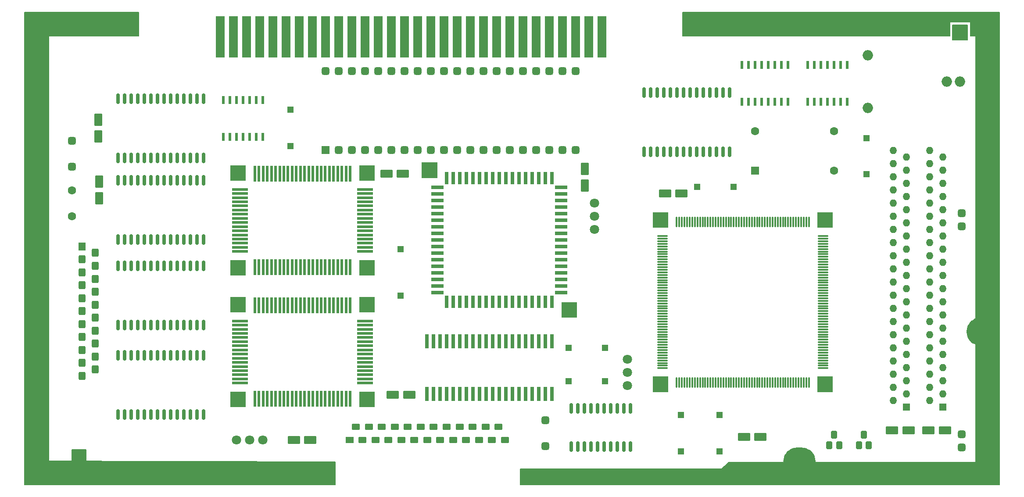
<source format=gts>
G04 #@! TF.GenerationSoftware,KiCad,Pcbnew,7.0.2-0*
G04 #@! TF.CreationDate,2023-08-01T17:59:32+02:00*
G04 #@! TF.ProjectId,MegaCD,4d656761-4344-42e6-9b69-6361645f7063,rev?*
G04 #@! TF.SameCoordinates,Original*
G04 #@! TF.FileFunction,Soldermask,Top*
G04 #@! TF.FilePolarity,Negative*
%FSLAX46Y46*%
G04 Gerber Fmt 4.6, Leading zero omitted, Abs format (unit mm)*
G04 Created by KiCad (PCBNEW 7.0.2-0) date 2023-08-01 17:59:32*
%MOMM*%
%LPD*%
G01*
G04 APERTURE LIST*
G04 Aperture macros list*
%AMRoundRect*
0 Rectangle with rounded corners*
0 $1 Rounding radius*
0 $2 $3 $4 $5 $6 $7 $8 $9 X,Y pos of 4 corners*
0 Add a 4 corners polygon primitive as box body*
4,1,4,$2,$3,$4,$5,$6,$7,$8,$9,$2,$3,0*
0 Add four circle primitives for the rounded corners*
1,1,$1+$1,$2,$3*
1,1,$1+$1,$4,$5*
1,1,$1+$1,$6,$7*
1,1,$1+$1,$8,$9*
0 Add four rect primitives between the rounded corners*
20,1,$1+$1,$2,$3,$4,$5,0*
20,1,$1+$1,$4,$5,$6,$7,0*
20,1,$1+$1,$6,$7,$8,$9,0*
20,1,$1+$1,$8,$9,$2,$3,0*%
G04 Aperture macros list end*
%ADD10C,0.150000*%
%ADD11C,2.769316*%
%ADD12C,2.615000*%
%ADD13R,1.600000X1.600000*%
%ADD14C,1.600000*%
%ADD15R,1.400000X1.400000*%
%ADD16O,1.400000X1.400000*%
%ADD17R,1.300000X1.300000*%
%ADD18C,1.800000*%
%ADD19RoundRect,0.250000X0.947000X0.550000X-0.947000X0.550000X-0.947000X-0.550000X0.947000X-0.550000X0*%
%ADD20RoundRect,0.250000X0.550000X-0.947000X0.550000X0.947000X-0.550000X0.947000X-0.550000X-0.947000X0*%
%ADD21R,0.600000X1.500000*%
%ADD22R,1.600000X1.200000*%
%ADD23RoundRect,0.300000X0.500000X-0.300000X0.500000X0.300000X-0.500000X0.300000X-0.500000X-0.300000X0*%
%ADD24RoundRect,0.150000X0.150000X-0.850000X0.150000X0.850000X-0.150000X0.850000X-0.150000X-0.850000X0*%
%ADD25R,0.700000X2.667000*%
%ADD26RoundRect,0.375000X-0.375000X0.375000X-0.375000X-0.375000X0.375000X-0.375000X0.375000X0.375000X0*%
%ADD27RoundRect,0.150000X0.150000X-0.875000X0.150000X0.875000X-0.150000X0.875000X-0.150000X-0.875000X0*%
%ADD28C,0.750000*%
%ADD29R,0.500000X3.160000*%
%ADD30R,3.160000X0.500000*%
%ADD31R,1.400000X1.600000*%
%ADD32RoundRect,0.350000X-0.350000X-0.450000X0.350000X-0.450000X0.350000X0.450000X-0.350000X0.450000X0*%
%ADD33RoundRect,0.300000X0.300000X-0.450000X0.300000X0.450000X-0.300000X0.450000X-0.300000X-0.450000X0*%
%ADD34O,2.000000X2.000000*%
%ADD35R,1.778000X8.000000*%
%ADD36R,2.425000X0.700000*%
%ADD37R,0.700000X2.425000*%
%ADD38RoundRect,0.375000X0.375000X-0.375000X0.375000X0.375000X-0.375000X0.375000X-0.375000X-0.375000X0*%
%ADD39RoundRect,0.075000X0.075000X-0.912500X0.075000X0.912500X-0.075000X0.912500X-0.075000X-0.912500X0*%
%ADD40RoundRect,0.075000X0.912500X-0.075000X0.912500X0.075000X-0.912500X0.075000X-0.912500X-0.075000X0*%
G04 APERTURE END LIST*
D10*
X195747341Y-137270565D02*
X141732000Y-137270565D01*
X141732000Y-134239000D01*
X180594000Y-134239000D01*
X181991000Y-132969000D01*
X195747341Y-132952565D01*
X195747341Y-137270565D01*
G36*
X195747341Y-137270565D02*
G01*
X141732000Y-137270565D01*
X141732000Y-134239000D01*
X180594000Y-134239000D01*
X181991000Y-132969000D01*
X195747341Y-132952565D01*
X195747341Y-137270565D01*
G37*
X46101000Y-46101000D02*
X68072000Y-46101000D01*
X68072000Y-50673000D01*
X46101000Y-50673000D01*
X46101000Y-46101000D01*
G36*
X46101000Y-46101000D02*
G01*
X68072000Y-46101000D01*
X68072000Y-50673000D01*
X46101000Y-50673000D01*
X46101000Y-46101000D01*
G37*
D11*
X231991258Y-107721400D02*
G75*
G03*
X231991258Y-107721400I-1384658J0D01*
G01*
D10*
X106045000Y-132842000D02*
X106045000Y-137287000D01*
X46101000Y-137287000D01*
X46101000Y-132715000D01*
X106045000Y-132842000D01*
G36*
X106045000Y-132842000D02*
G01*
X106045000Y-137287000D01*
X46101000Y-137287000D01*
X46101000Y-132715000D01*
X106045000Y-132842000D01*
G37*
X195097400Y-130175000D02*
X196088000Y-130175000D01*
X196088000Y-135255000D01*
X195097400Y-135255000D01*
X195097400Y-130175000D01*
G36*
X195097400Y-130175000D02*
G01*
X196088000Y-130175000D01*
X196088000Y-135255000D01*
X195097400Y-135255000D01*
X195097400Y-130175000D01*
G37*
X55245000Y-130530600D02*
X57886600Y-130530600D01*
X57886600Y-133172200D01*
X55245000Y-133172200D01*
X55245000Y-130530600D01*
G36*
X55245000Y-130530600D02*
G01*
X57886600Y-130530600D01*
X57886600Y-133172200D01*
X55245000Y-133172200D01*
X55245000Y-130530600D01*
G37*
X173101000Y-46101000D02*
X224586800Y-46101000D01*
X224586800Y-50673000D01*
X173101000Y-50673000D01*
X173101000Y-46101000D01*
G36*
X173101000Y-46101000D02*
G01*
X224586800Y-46101000D01*
X224586800Y-50673000D01*
X173101000Y-50673000D01*
X173101000Y-46101000D01*
G37*
X46101000Y-46101000D02*
X50723800Y-46101000D01*
X50723800Y-132740400D01*
X46101000Y-132740400D01*
X46101000Y-46101000D01*
G36*
X46101000Y-46101000D02*
G01*
X50723800Y-46101000D01*
X50723800Y-132740400D01*
X46101000Y-132740400D01*
X46101000Y-46101000D01*
G37*
X229616000Y-46101000D02*
X234188000Y-46101000D01*
X234188000Y-132994400D01*
X229616000Y-132994400D01*
X229616000Y-46101000D01*
G36*
X229616000Y-46101000D02*
G01*
X234188000Y-46101000D01*
X234188000Y-132994400D01*
X229616000Y-132994400D01*
X229616000Y-46101000D01*
G37*
X225120200Y-48564800D02*
X228041200Y-48564800D01*
X228041200Y-51460400D01*
X225120200Y-51460400D01*
X225120200Y-48564800D01*
G36*
X225120200Y-48564800D02*
G01*
X228041200Y-48564800D01*
X228041200Y-51460400D01*
X225120200Y-51460400D01*
X225120200Y-48564800D01*
G37*
D12*
X196404900Y-132715000D02*
G75*
G03*
X196404900Y-132715000I-1307500J0D01*
G01*
X197395500Y-132715000D02*
G75*
G03*
X197395500Y-132715000I-1307500J0D01*
G01*
D10*
X234188000Y-132969000D02*
X234188000Y-137287000D01*
X195747341Y-137270565D01*
X195747341Y-132952565D01*
X234188000Y-132969000D01*
G36*
X234188000Y-132969000D02*
G01*
X234188000Y-137287000D01*
X195747341Y-137270565D01*
X195747341Y-132952565D01*
X234188000Y-132969000D01*
G37*
X229616000Y-50673000D02*
X228574600Y-50673000D01*
X228574600Y-47980600D01*
X224586800Y-47980600D01*
X224586800Y-46101000D01*
X229616000Y-46101000D01*
X229616000Y-50673000D01*
G36*
X229616000Y-50673000D02*
G01*
X228574600Y-50673000D01*
X228574600Y-47980600D01*
X224586800Y-47980600D01*
X224586800Y-46101000D01*
X229616000Y-46101000D01*
X229616000Y-50673000D01*
G37*
G36*
X85749000Y-119286000D02*
G01*
X88749000Y-119286000D01*
X88749000Y-122286000D01*
X85749000Y-122286000D01*
X85749000Y-119286000D01*
G37*
G36*
X110641000Y-119284000D02*
G01*
X113641000Y-119284000D01*
X113641000Y-122284000D01*
X110641000Y-122284000D01*
X110641000Y-119284000D01*
G37*
G36*
X85749000Y-100998000D02*
G01*
X88749000Y-100998000D01*
X88749000Y-103998000D01*
X85749000Y-103998000D01*
X85749000Y-100998000D01*
G37*
G36*
X110641000Y-100996000D02*
G01*
X113641000Y-100996000D01*
X113641000Y-103996000D01*
X110641000Y-103996000D01*
X110641000Y-100996000D01*
G37*
G36*
X85749000Y-93886000D02*
G01*
X88749000Y-93886000D01*
X88749000Y-96886000D01*
X85749000Y-96886000D01*
X85749000Y-93886000D01*
G37*
G36*
X110641000Y-93884000D02*
G01*
X113641000Y-93884000D01*
X113641000Y-96884000D01*
X110641000Y-96884000D01*
X110641000Y-93884000D01*
G37*
G36*
X85749000Y-75598000D02*
G01*
X88749000Y-75598000D01*
X88749000Y-78598000D01*
X85749000Y-78598000D01*
X85749000Y-75598000D01*
G37*
G36*
X110641000Y-75596000D02*
G01*
X113641000Y-75596000D01*
X113641000Y-78596000D01*
X110641000Y-78596000D01*
X110641000Y-75596000D01*
G37*
G36*
X149652000Y-105027000D02*
G01*
X152652000Y-105027000D01*
X152652000Y-102027000D01*
X149652000Y-102027000D01*
X149652000Y-105027000D01*
G37*
G36*
X122706000Y-75059000D02*
G01*
X125706000Y-75059000D01*
X125706000Y-78059000D01*
X122706000Y-78059000D01*
X122706000Y-75059000D01*
G37*
G36*
X167289000Y-116384000D02*
G01*
X170289000Y-116384000D01*
X170289000Y-119384000D01*
X167289000Y-119384000D01*
X167289000Y-116384000D01*
G37*
G36*
X199039000Y-116384000D02*
G01*
X202039000Y-116384000D01*
X202039000Y-119384000D01*
X199039000Y-119384000D01*
X199039000Y-116384000D01*
G37*
G36*
X167290400Y-84657400D02*
G01*
X170290400Y-84657400D01*
X170290400Y-87657400D01*
X167290400Y-87657400D01*
X167290400Y-84657400D01*
G37*
G36*
X199039000Y-84656000D02*
G01*
X202039000Y-84656000D01*
X202039000Y-87656000D01*
X199039000Y-87656000D01*
X199039000Y-84656000D01*
G37*
D13*
X187071000Y-76631800D03*
D14*
X202311000Y-76631800D03*
X202311000Y-69011800D03*
X187071000Y-69011800D03*
D15*
X216281000Y-122301000D03*
D16*
X213741000Y-121031000D03*
X216281000Y-119761000D03*
X213741000Y-118491000D03*
X216281000Y-117221000D03*
X213741000Y-115951000D03*
X216281000Y-114681000D03*
X213741000Y-113411000D03*
X216281000Y-112141000D03*
X213741000Y-110871000D03*
X216281000Y-109601000D03*
X213741000Y-108331000D03*
X216281000Y-107061000D03*
X213741000Y-105791000D03*
X216281000Y-104521000D03*
X213741000Y-103251000D03*
X216281000Y-101981000D03*
X213741000Y-100711000D03*
X216281000Y-99441000D03*
X213741000Y-98171000D03*
X216281000Y-96901000D03*
X213741000Y-95631000D03*
X216281000Y-94361000D03*
X213741000Y-93091000D03*
X216281000Y-91821000D03*
X213741000Y-90551000D03*
X216281000Y-89281000D03*
X213741000Y-88011000D03*
X216281000Y-86741000D03*
X213741000Y-85471000D03*
X216281000Y-84201000D03*
X213741000Y-82931000D03*
X216281000Y-81661000D03*
X213741000Y-80391000D03*
X216281000Y-79121000D03*
X213741000Y-77851000D03*
X216281000Y-76581000D03*
X213741000Y-75311000D03*
X216281000Y-74041000D03*
X213741000Y-72771000D03*
D17*
X175895000Y-79756000D03*
X182895000Y-79756000D03*
D18*
X162433000Y-118110000D03*
X162433000Y-115570000D03*
X162433000Y-113030000D03*
D17*
X151064200Y-110871000D03*
X158064200Y-110871000D03*
D19*
X119072000Y-77216000D03*
X115878000Y-77216000D03*
D20*
X154178000Y-79502000D03*
X154178000Y-76308000D03*
D18*
X156083000Y-82931000D03*
X156083000Y-85471000D03*
X156083000Y-88011000D03*
D21*
X197231000Y-63373000D03*
X198501000Y-63373000D03*
X199771000Y-63373000D03*
X201041000Y-63373000D03*
X202311000Y-63373000D03*
X203581000Y-63373000D03*
X204851000Y-63373000D03*
X204851000Y-56267000D03*
X203581000Y-56273000D03*
X202311000Y-56273000D03*
X201041000Y-56273000D03*
X199771000Y-56273000D03*
X198501000Y-56273000D03*
X197231000Y-56273000D03*
D17*
X118618000Y-100821000D03*
X118618000Y-91821000D03*
D21*
X84455000Y-70104000D03*
X85725000Y-70104000D03*
X86995000Y-70104000D03*
X88265000Y-70104000D03*
X89535000Y-70104000D03*
X90805000Y-70104000D03*
X92075000Y-70104000D03*
X92075000Y-62998000D03*
X90805000Y-63004000D03*
X89535000Y-63004000D03*
X88265000Y-63004000D03*
X86995000Y-63004000D03*
X85725000Y-63004000D03*
X84455000Y-63004000D03*
D22*
X108758000Y-128651000D03*
D23*
X110008000Y-126111000D03*
X111258000Y-128651000D03*
X112508000Y-126111000D03*
X113758000Y-128651000D03*
X115008000Y-126111000D03*
X116258000Y-128651000D03*
X117508000Y-126111000D03*
X118758000Y-128651000D03*
X120008000Y-126111000D03*
X121258000Y-128651000D03*
X122508000Y-126111000D03*
X123758000Y-128651000D03*
X125008000Y-126111000D03*
X126258000Y-128651000D03*
X127508000Y-126111000D03*
X128758000Y-128651000D03*
X130008000Y-126111000D03*
X131258000Y-128651000D03*
X132508000Y-126111000D03*
X133758000Y-128651000D03*
X135008000Y-126111000D03*
X136258000Y-128651000D03*
X137508000Y-126111000D03*
X138758000Y-128651000D03*
D17*
X172694600Y-123835400D03*
X172694600Y-130835400D03*
D24*
X165608000Y-73025000D03*
X166878000Y-73025000D03*
X168148000Y-73025000D03*
X169418000Y-73025000D03*
X170688000Y-73025000D03*
X171958000Y-73025000D03*
X173228000Y-73025000D03*
X174498000Y-73025000D03*
X175768000Y-73025000D03*
X177038000Y-73025000D03*
X178308000Y-73025000D03*
X179578000Y-73025000D03*
X180848000Y-73025000D03*
X182118000Y-73025000D03*
X182118000Y-61595000D03*
X180848000Y-61595000D03*
X179578000Y-61595000D03*
X178308000Y-61595000D03*
X177038000Y-61595000D03*
X175768000Y-61595000D03*
X174498000Y-61595000D03*
X173228000Y-61595000D03*
X171958000Y-61595000D03*
X170688000Y-61595000D03*
X169418000Y-61595000D03*
X168148000Y-61595000D03*
X166878000Y-61595000D03*
X165608000Y-61595000D03*
D17*
X151064200Y-117271800D03*
X158064200Y-117271800D03*
D25*
X123698000Y-119761000D03*
X124968000Y-119761000D03*
X126238000Y-119761000D03*
X127508000Y-119761000D03*
X128778000Y-119761000D03*
X130048000Y-119761000D03*
X131318000Y-119761000D03*
X132588000Y-119761000D03*
X133858000Y-119761000D03*
X135128000Y-119761000D03*
X136398000Y-119761000D03*
X137668000Y-119761000D03*
X138938000Y-119761000D03*
X140208000Y-119761000D03*
X141478000Y-119761000D03*
X142748000Y-119761000D03*
X144018000Y-119761000D03*
X145288000Y-119761000D03*
X146558000Y-119761000D03*
X147828000Y-119761000D03*
X147828000Y-109601000D03*
X146558000Y-109601000D03*
X145288000Y-109601000D03*
X144018000Y-109601000D03*
X142748000Y-109601000D03*
X141478000Y-109601000D03*
X140208000Y-109601000D03*
X138938000Y-109601000D03*
X137668000Y-109601000D03*
X136398000Y-109601000D03*
X135128000Y-109601000D03*
X133858000Y-109601000D03*
X132588000Y-109601000D03*
X131318000Y-109601000D03*
X130048000Y-109601000D03*
X128778000Y-109601000D03*
X127508000Y-109601000D03*
X126238000Y-109601000D03*
X124968000Y-109601000D03*
X123698000Y-109601000D03*
D18*
X86995000Y-128671000D03*
X89535000Y-128671000D03*
X92075000Y-128671000D03*
D17*
X97409000Y-64897000D03*
X97409000Y-71897000D03*
D14*
X55245000Y-80471000D03*
X55245000Y-85471000D03*
D17*
X180213000Y-130825000D03*
X180213000Y-123825000D03*
D26*
X55245000Y-75866000D03*
X55245000Y-70866000D03*
D27*
X151561800Y-129921000D03*
X152831800Y-129921000D03*
X154101800Y-129921000D03*
X155371800Y-129921000D03*
X156641800Y-129921000D03*
X157911800Y-129921000D03*
X159181800Y-129921000D03*
X160451800Y-129921000D03*
X161721800Y-129921000D03*
X162991800Y-129921000D03*
X162991800Y-122555000D03*
X161721800Y-122555000D03*
X160451800Y-122555000D03*
X159181800Y-122555000D03*
X157911800Y-122555000D03*
X156641800Y-122555000D03*
X155371800Y-122555000D03*
X154101800Y-122555000D03*
X152831800Y-122555000D03*
X151561800Y-122555000D03*
D15*
X223266000Y-122301000D03*
D16*
X220726000Y-121031000D03*
X223266000Y-119761000D03*
X220726000Y-118491000D03*
X223266000Y-117221000D03*
X220726000Y-115951000D03*
X223266000Y-114681000D03*
X220726000Y-113411000D03*
X223266000Y-112141000D03*
X220726000Y-110871000D03*
X223266000Y-109601000D03*
X220726000Y-108331000D03*
X223266000Y-107061000D03*
X220726000Y-105791000D03*
X223266000Y-104521000D03*
X220726000Y-103251000D03*
X223266000Y-101981000D03*
X220726000Y-100711000D03*
X223266000Y-99441000D03*
X220726000Y-98171000D03*
X223266000Y-96901000D03*
X220726000Y-95631000D03*
X223266000Y-94361000D03*
X220726000Y-93091000D03*
X223266000Y-91821000D03*
X220726000Y-90551000D03*
X223266000Y-89281000D03*
X220726000Y-88011000D03*
X223266000Y-86741000D03*
X220726000Y-85471000D03*
X223266000Y-84201000D03*
X220726000Y-82931000D03*
X223266000Y-81661000D03*
X220726000Y-80391000D03*
X223266000Y-79121000D03*
X220726000Y-77851000D03*
X223266000Y-76581000D03*
X220726000Y-75311000D03*
X223266000Y-74041000D03*
X220726000Y-72771000D03*
D28*
X87249000Y-120808000D03*
X112141000Y-120806000D03*
X87249000Y-102520000D03*
X112141000Y-102518000D03*
D29*
X90495000Y-120681000D03*
X91295000Y-120681000D03*
X92095000Y-120681000D03*
X92895000Y-120681000D03*
X93695000Y-120681000D03*
X94495000Y-120681000D03*
X95295000Y-120681000D03*
X96095000Y-120681000D03*
X96895000Y-120681000D03*
X97695000Y-120681000D03*
X98495000Y-120681000D03*
X99295000Y-120681000D03*
X100095000Y-120681000D03*
X100895000Y-120681000D03*
X101695000Y-120681000D03*
X102495000Y-120681000D03*
X103275000Y-120681000D03*
X104095000Y-120681000D03*
X104895000Y-120681000D03*
X105695000Y-120681000D03*
X106495000Y-120681000D03*
X107295000Y-120681000D03*
X108095000Y-120681000D03*
X108895000Y-120681000D03*
D30*
X111760000Y-117664000D03*
X111760000Y-116864000D03*
X111760000Y-116064000D03*
X111760000Y-115264000D03*
X111760000Y-114464000D03*
X111760000Y-113664000D03*
X111760000Y-112864000D03*
X111760000Y-112064000D03*
X111760000Y-111264000D03*
X111760000Y-110464000D03*
X111760000Y-109664000D03*
X111760000Y-108864000D03*
X111760000Y-108064000D03*
X111760000Y-107264000D03*
X111760000Y-106464000D03*
X111760000Y-105664000D03*
D29*
X108895000Y-102647000D03*
X108095000Y-102647000D03*
X107295000Y-102647000D03*
X106495000Y-102647000D03*
X105695000Y-102647000D03*
X104895000Y-102647000D03*
X104095000Y-102647000D03*
X103295000Y-102647000D03*
X102495000Y-102647000D03*
X101695000Y-102647000D03*
X100895000Y-102647000D03*
X100095000Y-102647000D03*
X99295000Y-102647000D03*
X98495000Y-102647000D03*
X97695000Y-102647000D03*
X96895000Y-102647000D03*
X96095000Y-102647000D03*
X95295000Y-102647000D03*
X94495000Y-102647000D03*
X93695000Y-102647000D03*
X92895000Y-102647000D03*
X92095000Y-102647000D03*
X91295000Y-102647000D03*
X90495000Y-102647000D03*
D30*
X87630000Y-105664000D03*
X87630000Y-106464000D03*
X87630000Y-107264000D03*
X87630000Y-108064000D03*
X87630000Y-108864000D03*
X87630000Y-109664000D03*
X87630000Y-110464000D03*
X87630000Y-111264000D03*
X87630000Y-112064000D03*
X87630000Y-112864000D03*
X87630000Y-113664000D03*
X87630000Y-114464000D03*
X87630000Y-115264000D03*
X87630000Y-116064000D03*
X87630000Y-116864000D03*
X87630000Y-117664000D03*
D31*
X57150000Y-91279000D03*
D32*
X59690000Y-92529000D03*
X57150000Y-93779000D03*
X59690000Y-95029000D03*
X57150000Y-96279000D03*
X59690000Y-97529000D03*
X57150000Y-98779000D03*
X59690000Y-100029000D03*
X57150000Y-101279000D03*
X59690000Y-102529000D03*
X57150000Y-103779000D03*
X59690000Y-105029000D03*
X57150000Y-106279000D03*
X59690000Y-107529000D03*
X57150000Y-108779000D03*
X59690000Y-110029000D03*
X57150000Y-111279000D03*
X59690000Y-112529000D03*
X57150000Y-113779000D03*
X59690000Y-115029000D03*
X57150000Y-116279000D03*
D19*
X120288000Y-119888000D03*
X117094000Y-119888000D03*
D33*
X201361000Y-129667000D03*
X203261000Y-129667000D03*
X202311000Y-127635000D03*
D34*
X208813400Y-54381400D03*
X208813400Y-64541400D03*
X224053400Y-59461400D03*
X226593400Y-59461400D03*
D24*
X64135000Y-123698000D03*
X65405000Y-123698000D03*
X66675000Y-123698000D03*
X67945000Y-123698000D03*
X69215000Y-123698000D03*
X70485000Y-123698000D03*
X71755000Y-123698000D03*
X73025000Y-123698000D03*
X74295000Y-123698000D03*
X75565000Y-123698000D03*
X76835000Y-123698000D03*
X78105000Y-123698000D03*
X79375000Y-123698000D03*
X80645000Y-123698000D03*
X80645000Y-112268000D03*
X79375000Y-112268000D03*
X78105000Y-112268000D03*
X76835000Y-112268000D03*
X75565000Y-112268000D03*
X74295000Y-112268000D03*
X73025000Y-112268000D03*
X71755000Y-112268000D03*
X70485000Y-112268000D03*
X69215000Y-112268000D03*
X67945000Y-112268000D03*
X66675000Y-112268000D03*
X65405000Y-112268000D03*
X64135000Y-112268000D03*
X64135000Y-74168000D03*
X65405000Y-74168000D03*
X66675000Y-74168000D03*
X67945000Y-74168000D03*
X69215000Y-74168000D03*
X70485000Y-74168000D03*
X71755000Y-74168000D03*
X73025000Y-74168000D03*
X74295000Y-74168000D03*
X75565000Y-74168000D03*
X76835000Y-74168000D03*
X78105000Y-74168000D03*
X79375000Y-74168000D03*
X80645000Y-74168000D03*
X80645000Y-62738000D03*
X79375000Y-62738000D03*
X78105000Y-62738000D03*
X76835000Y-62738000D03*
X75565000Y-62738000D03*
X74295000Y-62738000D03*
X73025000Y-62738000D03*
X71755000Y-62738000D03*
X70485000Y-62738000D03*
X69215000Y-62738000D03*
X67945000Y-62738000D03*
X66675000Y-62738000D03*
X65405000Y-62738000D03*
X64135000Y-62738000D03*
X64135000Y-106426000D03*
X65405000Y-106426000D03*
X66675000Y-106426000D03*
X67945000Y-106426000D03*
X69215000Y-106426000D03*
X70485000Y-106426000D03*
X71755000Y-106426000D03*
X73025000Y-106426000D03*
X74295000Y-106426000D03*
X75565000Y-106426000D03*
X76835000Y-106426000D03*
X78105000Y-106426000D03*
X79375000Y-106426000D03*
X80645000Y-106426000D03*
X80645000Y-94996000D03*
X79375000Y-94996000D03*
X78105000Y-94996000D03*
X76835000Y-94996000D03*
X75565000Y-94996000D03*
X74295000Y-94996000D03*
X73025000Y-94996000D03*
X71755000Y-94996000D03*
X70485000Y-94996000D03*
X69215000Y-94996000D03*
X67945000Y-94996000D03*
X66675000Y-94996000D03*
X65405000Y-94996000D03*
X64135000Y-94996000D03*
D35*
X157480000Y-50800000D03*
X154940000Y-50800000D03*
X152400000Y-50800000D03*
X149860000Y-50800000D03*
X147320000Y-50800000D03*
X144780000Y-50800000D03*
X142240000Y-50800000D03*
X139700000Y-50800000D03*
X137160000Y-50800000D03*
X134620000Y-50800000D03*
X132080000Y-50800000D03*
X129540000Y-50800000D03*
X127000000Y-50800000D03*
X124460000Y-50800000D03*
X121920000Y-50800000D03*
X119380000Y-50800000D03*
X116840000Y-50800000D03*
X114300000Y-50800000D03*
X111760000Y-50800000D03*
X109220000Y-50800000D03*
X106680000Y-50800000D03*
X104140000Y-50800000D03*
X101600000Y-50800000D03*
X99060000Y-50800000D03*
X96520000Y-50800000D03*
X93980000Y-50800000D03*
X91440000Y-50800000D03*
X88900000Y-50800000D03*
X86360000Y-50800000D03*
X83820000Y-50800000D03*
D21*
X184531000Y-63373000D03*
X185801000Y-63373000D03*
X187071000Y-63373000D03*
X188341000Y-63373000D03*
X189611000Y-63373000D03*
X190881000Y-63373000D03*
X192151000Y-63373000D03*
X193421000Y-63373000D03*
X193421000Y-56273000D03*
X192151000Y-56273000D03*
X190881000Y-56273000D03*
X189611000Y-56273000D03*
X188341000Y-56273000D03*
X187071000Y-56273000D03*
X185801000Y-56273000D03*
X184531000Y-56273000D03*
D33*
X207101400Y-129667000D03*
X209001400Y-129667000D03*
X208051400Y-127635000D03*
D19*
X172847000Y-81026000D03*
X169653000Y-81026000D03*
D26*
X146558000Y-129841000D03*
X146558000Y-124841000D03*
D19*
X101219000Y-128651000D03*
X98025000Y-128651000D03*
X216662000Y-126746000D03*
X213468000Y-126746000D03*
D28*
X87249000Y-95408000D03*
X112141000Y-95406000D03*
X87249000Y-77120000D03*
X112141000Y-77118000D03*
D29*
X90495000Y-95281000D03*
X91295000Y-95281000D03*
X92095000Y-95281000D03*
X92895000Y-95281000D03*
X93695000Y-95281000D03*
X94495000Y-95281000D03*
X95295000Y-95281000D03*
X96095000Y-95281000D03*
X96895000Y-95281000D03*
X97695000Y-95281000D03*
X98495000Y-95281000D03*
X99295000Y-95281000D03*
X100095000Y-95281000D03*
X100895000Y-95281000D03*
X101695000Y-95281000D03*
X102495000Y-95281000D03*
X103275000Y-95281000D03*
X104095000Y-95281000D03*
X104895000Y-95281000D03*
X105695000Y-95281000D03*
X106495000Y-95281000D03*
X107295000Y-95281000D03*
X108095000Y-95281000D03*
X108895000Y-95281000D03*
D30*
X111760000Y-92264000D03*
X111760000Y-91464000D03*
X111760000Y-90664000D03*
X111760000Y-89864000D03*
X111760000Y-89064000D03*
X111760000Y-88264000D03*
X111760000Y-87464000D03*
X111760000Y-86664000D03*
X111760000Y-85864000D03*
X111760000Y-85064000D03*
X111760000Y-84264000D03*
X111760000Y-83464000D03*
X111760000Y-82664000D03*
X111760000Y-81864000D03*
X111760000Y-81064000D03*
X111760000Y-80264000D03*
D29*
X108895000Y-77247000D03*
X108095000Y-77247000D03*
X107295000Y-77247000D03*
X106495000Y-77247000D03*
X105695000Y-77247000D03*
X104895000Y-77247000D03*
X104095000Y-77247000D03*
X103295000Y-77247000D03*
X102495000Y-77247000D03*
X101695000Y-77247000D03*
X100895000Y-77247000D03*
X100095000Y-77247000D03*
X99295000Y-77247000D03*
X98495000Y-77247000D03*
X97695000Y-77247000D03*
X96895000Y-77247000D03*
X96095000Y-77247000D03*
X95295000Y-77247000D03*
X94495000Y-77247000D03*
X93695000Y-77247000D03*
X92895000Y-77247000D03*
X92095000Y-77247000D03*
X91295000Y-77247000D03*
X90495000Y-77247000D03*
D30*
X87630000Y-80264000D03*
X87630000Y-81064000D03*
X87630000Y-81864000D03*
X87630000Y-82664000D03*
X87630000Y-83464000D03*
X87630000Y-84264000D03*
X87630000Y-85064000D03*
X87630000Y-85864000D03*
X87630000Y-86664000D03*
X87630000Y-87464000D03*
X87630000Y-88264000D03*
X87630000Y-89064000D03*
X87630000Y-89864000D03*
X87630000Y-90664000D03*
X87630000Y-91464000D03*
X87630000Y-92264000D03*
D28*
X151130000Y-103505000D03*
X124206000Y-76581000D03*
D36*
X125730000Y-90043000D03*
X125730000Y-91313000D03*
X125730000Y-92583000D03*
X125730000Y-93853000D03*
X125730000Y-95123000D03*
X125730000Y-96393000D03*
X125730000Y-97663000D03*
X125730000Y-98933000D03*
X125730000Y-100203000D03*
D37*
X127508000Y-101981000D03*
X128778000Y-101981000D03*
X130048000Y-101981000D03*
X131318000Y-101981000D03*
X132588000Y-101981000D03*
X133858000Y-101981000D03*
X135128000Y-101981000D03*
X136398000Y-101981000D03*
X137668000Y-101981000D03*
X138938000Y-101981000D03*
X140208000Y-101981000D03*
X141478000Y-101981000D03*
X142748000Y-101981000D03*
X144018000Y-101981000D03*
X145288000Y-101981000D03*
X146558000Y-101981000D03*
X147828000Y-101981000D03*
D36*
X149606000Y-100203000D03*
X149606000Y-98933000D03*
X149606000Y-97663000D03*
X149606000Y-96393000D03*
X149606000Y-95123000D03*
X149606000Y-93853000D03*
X149606000Y-92583000D03*
X149606000Y-91313000D03*
X149606000Y-90043000D03*
X149606000Y-88773000D03*
X149606000Y-87503000D03*
X149606000Y-86233000D03*
X149606000Y-84963000D03*
X149606000Y-83693000D03*
X149606000Y-82423000D03*
X149606000Y-81153000D03*
X149606000Y-79883000D03*
D37*
X147828000Y-78105000D03*
X146558000Y-78105000D03*
X145288000Y-78105000D03*
X144018000Y-78105000D03*
X142748000Y-78105000D03*
X141478000Y-78105000D03*
X140208000Y-78105000D03*
X138938000Y-78105000D03*
X137668000Y-78105000D03*
X136398000Y-78105000D03*
X135128000Y-78105000D03*
X133858000Y-78105000D03*
X132588000Y-78105000D03*
X131318000Y-78105000D03*
X130048000Y-78105000D03*
X128778000Y-78105000D03*
X127508000Y-78105000D03*
D36*
X125730000Y-79883000D03*
X125730000Y-81153000D03*
X125730000Y-82423000D03*
X125730000Y-83693000D03*
X125730000Y-84963000D03*
X125730000Y-86233000D03*
X125730000Y-87503000D03*
X125730000Y-88773000D03*
D19*
X223666000Y-126746000D03*
X220472000Y-126746000D03*
D17*
X208534000Y-70358000D03*
X208534000Y-77358000D03*
D13*
X104140000Y-72644000D03*
D38*
X106680000Y-72644000D03*
X109220000Y-72644000D03*
X111760000Y-72644000D03*
X114300000Y-72644000D03*
X116840000Y-72644000D03*
X119380000Y-72644000D03*
X121920000Y-72644000D03*
X124460000Y-72644000D03*
X127000000Y-72644000D03*
X129540000Y-72644000D03*
X132080000Y-72644000D03*
X134620000Y-72644000D03*
X137160000Y-72644000D03*
X139700000Y-72644000D03*
X142240000Y-72644000D03*
X144780000Y-72644000D03*
X147320000Y-72644000D03*
X149860000Y-72644000D03*
X152400000Y-72644000D03*
X152400000Y-57404000D03*
X149860000Y-57404000D03*
X147320000Y-57404000D03*
X144780000Y-57404000D03*
X142240000Y-57404000D03*
X139700000Y-57404000D03*
X137160000Y-57404000D03*
X134620000Y-57404000D03*
X132080000Y-57404000D03*
X129540000Y-57404000D03*
X127000000Y-57404000D03*
X124460000Y-57404000D03*
X121920000Y-57404000D03*
X119380000Y-57404000D03*
X116840000Y-57404000D03*
X114300000Y-57404000D03*
X111760000Y-57404000D03*
X109220000Y-57404000D03*
X106680000Y-57404000D03*
X104140000Y-57404000D03*
D28*
X168789000Y-117906000D03*
X200539000Y-117906000D03*
X168813000Y-86178000D03*
X200539000Y-86178000D03*
D39*
X171914000Y-117531000D03*
X172414000Y-117531000D03*
X172914000Y-117531000D03*
X173414000Y-117531000D03*
X173914000Y-117531000D03*
X174414000Y-117531000D03*
X174914000Y-117531000D03*
X175414000Y-117531000D03*
X175914000Y-117531000D03*
X176414000Y-117531000D03*
X176914000Y-117531000D03*
X177414000Y-117531000D03*
X177914000Y-117531000D03*
X178414000Y-117531000D03*
X178914000Y-117531000D03*
X179414000Y-117531000D03*
X179914000Y-117531000D03*
X180414000Y-117531000D03*
X180914000Y-117531000D03*
X181414000Y-117531000D03*
X181914000Y-117531000D03*
X182414000Y-117531000D03*
X182914000Y-117531000D03*
X183414000Y-117531000D03*
X183914000Y-117531000D03*
X184414000Y-117531000D03*
X184914000Y-117531000D03*
X185414000Y-117531000D03*
X185914000Y-117531000D03*
X186414000Y-117531000D03*
X186914000Y-117531000D03*
X187414000Y-117531000D03*
X187914000Y-117531000D03*
X188414000Y-117531000D03*
X188914000Y-117531000D03*
X189414000Y-117531000D03*
X189914000Y-117531000D03*
X190414000Y-117531000D03*
X190914000Y-117531000D03*
X191414000Y-117531000D03*
X191914000Y-117531000D03*
X192414000Y-117531000D03*
X192914000Y-117531000D03*
X193414000Y-117531000D03*
X193914000Y-117531000D03*
X194414000Y-117531000D03*
X194914000Y-117531000D03*
X195414000Y-117531000D03*
X195914000Y-117531000D03*
X196414000Y-117531000D03*
X196914000Y-117531000D03*
X197414000Y-117531000D03*
D40*
X200164000Y-114781000D03*
X200164000Y-114281000D03*
X200164000Y-113781000D03*
X200164000Y-113281000D03*
X200164000Y-112781000D03*
X200164000Y-112281000D03*
X200164000Y-111781000D03*
X200164000Y-111281000D03*
X200164000Y-110781000D03*
X200164000Y-110281000D03*
X200164000Y-109781000D03*
X200164000Y-109281000D03*
X200164000Y-108781000D03*
X200164000Y-108281000D03*
X200164000Y-107781000D03*
X200164000Y-107281000D03*
X200164000Y-106781000D03*
X200164000Y-106281000D03*
X200164000Y-105781000D03*
X200164000Y-105281000D03*
X200164000Y-104781000D03*
X200164000Y-104281000D03*
X200164000Y-103781000D03*
X200164000Y-103281000D03*
X200164000Y-102781000D03*
X200164000Y-102281000D03*
X200164000Y-101781000D03*
X200164000Y-101281000D03*
X200164000Y-100781000D03*
X200164000Y-100281000D03*
X200164000Y-99781000D03*
X200164000Y-99281000D03*
X200164000Y-98781000D03*
X200164000Y-98281000D03*
X200164000Y-97781000D03*
X200164000Y-97281000D03*
X200164000Y-96781000D03*
X200164000Y-96281000D03*
X200164000Y-95781000D03*
X200164000Y-95281000D03*
X200164000Y-94781000D03*
X200164000Y-94281000D03*
X200164000Y-93781000D03*
X200164000Y-93281000D03*
X200164000Y-92781000D03*
X200164000Y-92281000D03*
X200164000Y-91781000D03*
X200164000Y-91281000D03*
X200164000Y-90781000D03*
X200164000Y-90281000D03*
X200164000Y-89781000D03*
X200164000Y-89281000D03*
D39*
X197414000Y-86531000D03*
X196914000Y-86531000D03*
X196414000Y-86531000D03*
X195914000Y-86531000D03*
X195414000Y-86531000D03*
X194914000Y-86531000D03*
X194414000Y-86531000D03*
X193914000Y-86531000D03*
X193414000Y-86531000D03*
X192914000Y-86531000D03*
X192414000Y-86531000D03*
X191914000Y-86531000D03*
X191414000Y-86531000D03*
X190914000Y-86531000D03*
X190414000Y-86531000D03*
X189914000Y-86531000D03*
X189414000Y-86531000D03*
X188914000Y-86531000D03*
X188414000Y-86531000D03*
X187914000Y-86531000D03*
X187414000Y-86531000D03*
X186914000Y-86531000D03*
X186414000Y-86531000D03*
X185914000Y-86531000D03*
X185414000Y-86531000D03*
X184914000Y-86531000D03*
X184414000Y-86531000D03*
X183914000Y-86531000D03*
X183414000Y-86531000D03*
X182914000Y-86531000D03*
X182414000Y-86531000D03*
X181914000Y-86531000D03*
X181414000Y-86531000D03*
X180914000Y-86531000D03*
X180414000Y-86531000D03*
X179914000Y-86531000D03*
X179414000Y-86531000D03*
X178914000Y-86531000D03*
X178414000Y-86531000D03*
X177914000Y-86531000D03*
X177414000Y-86531000D03*
X176914000Y-86531000D03*
X176414000Y-86531000D03*
X175914000Y-86531000D03*
X175414000Y-86531000D03*
X174914000Y-86531000D03*
X174414000Y-86531000D03*
X173914000Y-86531000D03*
X173414000Y-86531000D03*
X172914000Y-86531000D03*
X172414000Y-86531000D03*
X171914000Y-86531000D03*
D40*
X169164000Y-89281000D03*
X169164000Y-89781000D03*
X169164000Y-90281000D03*
X169164000Y-90781000D03*
X169164000Y-91281000D03*
X169164000Y-91781000D03*
X169164000Y-92281000D03*
X169164000Y-92781000D03*
X169164000Y-93281000D03*
X169164000Y-93781000D03*
X169164000Y-94281000D03*
X169164000Y-94781000D03*
X169164000Y-95281000D03*
X169164000Y-95781000D03*
X169164000Y-96281000D03*
X169164000Y-96781000D03*
X169164000Y-97281000D03*
X169164000Y-97781000D03*
X169164000Y-98281000D03*
X169164000Y-98781000D03*
X169164000Y-99281000D03*
X169164000Y-99781000D03*
X169164000Y-100281000D03*
X169164000Y-100781000D03*
X169164000Y-101281000D03*
X169164000Y-101781000D03*
X169164000Y-102281000D03*
X169164000Y-102781000D03*
X169164000Y-103281000D03*
X169164000Y-103781000D03*
X169164000Y-104281000D03*
X169164000Y-104781000D03*
X169164000Y-105281000D03*
X169164000Y-105781000D03*
X169164000Y-106281000D03*
X169164000Y-106781000D03*
X169164000Y-107281000D03*
X169164000Y-107781000D03*
X169164000Y-108281000D03*
X169164000Y-108781000D03*
X169164000Y-109281000D03*
X169164000Y-109781000D03*
X169164000Y-110281000D03*
X169164000Y-110781000D03*
X169164000Y-111281000D03*
X169164000Y-111781000D03*
X169164000Y-112281000D03*
X169164000Y-112781000D03*
X169164000Y-113281000D03*
X169164000Y-113781000D03*
X169164000Y-114281000D03*
X169164000Y-114781000D03*
D19*
X188080600Y-128041400D03*
X184886600Y-128041400D03*
D20*
X60325000Y-70050000D03*
X60325000Y-66856000D03*
D24*
X64135000Y-89916000D03*
X65405000Y-89916000D03*
X66675000Y-89916000D03*
X67945000Y-89916000D03*
X69215000Y-89916000D03*
X70485000Y-89916000D03*
X71755000Y-89916000D03*
X73025000Y-89916000D03*
X74295000Y-89916000D03*
X75565000Y-89916000D03*
X76835000Y-89916000D03*
X78105000Y-89916000D03*
X79375000Y-89916000D03*
X80645000Y-89916000D03*
X80645000Y-78486000D03*
X79375000Y-78486000D03*
X78105000Y-78486000D03*
X76835000Y-78486000D03*
X75565000Y-78486000D03*
X74295000Y-78486000D03*
X73025000Y-78486000D03*
X71755000Y-78486000D03*
X70485000Y-78486000D03*
X69215000Y-78486000D03*
X67945000Y-78486000D03*
X66675000Y-78486000D03*
X65405000Y-78486000D03*
X64135000Y-78486000D03*
D20*
X60452000Y-81988000D03*
X60452000Y-78794000D03*
D38*
X226949000Y-84836000D03*
X226949000Y-87376000D03*
X226949000Y-127508000D03*
X226949000Y-130048000D03*
M02*

</source>
